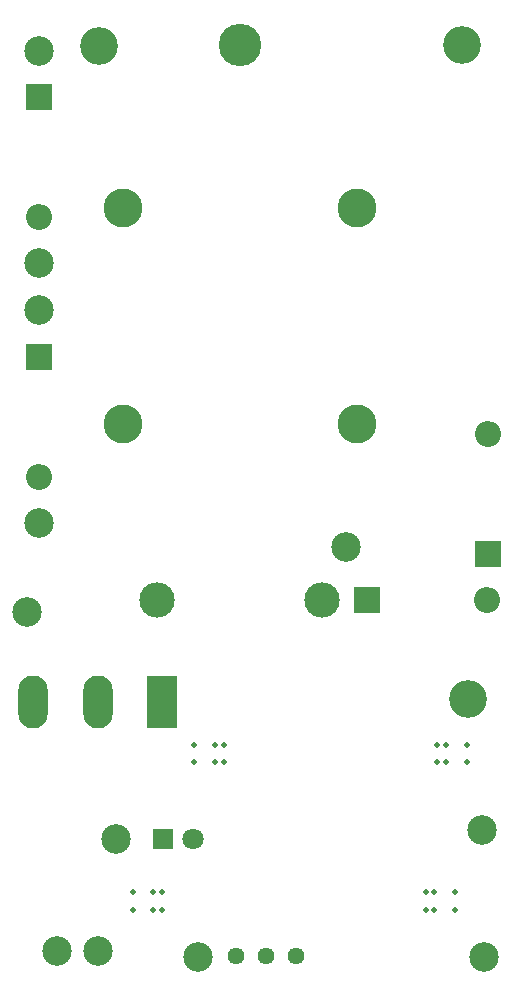
<source format=gbr>
%TF.GenerationSoftware,KiCad,Pcbnew,(6.0.2)*%
%TF.CreationDate,2022-08-02T15:31:12+02:00*%
%TF.ProjectId,hv_discharge_v2c,68765f64-6973-4636-9861-7267655f7632,rev?*%
%TF.SameCoordinates,Original*%
%TF.FileFunction,Soldermask,Top*%
%TF.FilePolarity,Negative*%
%FSLAX46Y46*%
G04 Gerber Fmt 4.6, Leading zero omitted, Abs format (unit mm)*
G04 Created by KiCad (PCBNEW (6.0.2)) date 2022-08-02 15:31:12*
%MOMM*%
%LPD*%
G01*
G04 APERTURE LIST*
%ADD10C,3.200000*%
%ADD11C,2.500000*%
%ADD12C,0.500000*%
%ADD13R,2.200000X2.200000*%
%ADD14O,2.200000X2.200000*%
%ADD15R,1.800000X1.800000*%
%ADD16C,1.800000*%
%ADD17R,2.500000X4.500000*%
%ADD18O,2.500000X4.500000*%
%ADD19C,3.300000*%
%ADD20C,3.600000*%
%ADD21O,3.000000X3.000000*%
%ADD22C,1.440000*%
G04 APERTURE END LIST*
D10*
%TO.C,REF\u002A\u002A*%
X140800000Y-104500000D03*
%TD*%
%TO.C,REF\u002A\u002A*%
X110100000Y-104600000D03*
%TD*%
%TO.C,REF\u002A\u002A*%
X141300000Y-159900000D03*
%TD*%
D11*
%TO.C,J3*%
X105000000Y-105000000D03*
%TD*%
D12*
%TO.C,mouse-bite-2mm-slot*%
X112950000Y-177750000D03*
X112950000Y-176250000D03*
X115450000Y-177750000D03*
X114700000Y-176250000D03*
X115450000Y-176250000D03*
X114700000Y-177750000D03*
%TD*%
D11*
%TO.C,J6*%
X104000000Y-152500000D03*
%TD*%
D13*
%TO.C,D4*%
X143000000Y-147580000D03*
D14*
X143000000Y-137420000D03*
%TD*%
D11*
%TO.C,J1*%
X105000000Y-123000000D03*
%TD*%
D13*
%TO.C,D2*%
X105000000Y-130920000D03*
D14*
X105000000Y-141080000D03*
%TD*%
D15*
%TO.C,D12*%
X115475000Y-171750000D03*
D16*
X118015000Y-171750000D03*
%TD*%
D12*
%TO.C,mouse-bite-2mm-slot*%
X138500000Y-176250000D03*
X137750000Y-177750000D03*
X138500000Y-177750000D03*
X137750000Y-176250000D03*
X140250000Y-177750000D03*
X140250000Y-176250000D03*
%TD*%
D11*
%TO.C,J12*%
X142735000Y-181700000D03*
%TD*%
D17*
%TO.C,Q2*%
X115450000Y-160180000D03*
D18*
X110000000Y-160180000D03*
X104550000Y-160180000D03*
%TD*%
D19*
%TO.C,R14*%
X112100000Y-118350000D03*
D20*
X122000000Y-104500000D03*
D19*
X131900000Y-136650000D03*
D21*
X115000000Y-151500000D03*
%TD*%
D11*
%TO.C,J2*%
X105000000Y-127000000D03*
%TD*%
%TO.C,J5*%
X131000000Y-147000000D03*
%TD*%
D12*
%TO.C,mouse-bite-2mm-slot*%
X139500000Y-163750000D03*
X141250000Y-163750000D03*
X138750000Y-165250000D03*
X139500000Y-165250000D03*
X138750000Y-163750000D03*
X141250000Y-165250000D03*
%TD*%
D11*
%TO.C,J11*%
X106500000Y-181200000D03*
%TD*%
D13*
%TO.C,D6*%
X132750000Y-151500000D03*
D14*
X142910000Y-151500000D03*
%TD*%
D11*
%TO.C,J7*%
X110000000Y-181200000D03*
%TD*%
D13*
%TO.C,D1*%
X105000000Y-108920000D03*
D14*
X105000000Y-119080000D03*
%TD*%
D11*
%TO.C,J4*%
X105000000Y-145000000D03*
%TD*%
%TO.C,J8*%
X118500000Y-181700000D03*
%TD*%
D12*
%TO.C,mouse-bite-2mm-slot*%
X120650000Y-165250000D03*
X119900000Y-165250000D03*
X118150000Y-165250000D03*
X119900000Y-163750000D03*
X120650000Y-163750000D03*
X118150000Y-163750000D03*
%TD*%
D22*
%TO.C,RV1*%
X126775000Y-181625000D03*
X124235000Y-181625000D03*
X121695000Y-181625000D03*
%TD*%
D11*
%TO.C,J9*%
X142500000Y-171000000D03*
%TD*%
%TO.C,J10*%
X111500000Y-171750000D03*
%TD*%
D19*
%TO.C,R13*%
X112100000Y-136650000D03*
D20*
X122000000Y-104500000D03*
D19*
X131900000Y-118350000D03*
D21*
X129000000Y-151500000D03*
%TD*%
M02*

</source>
